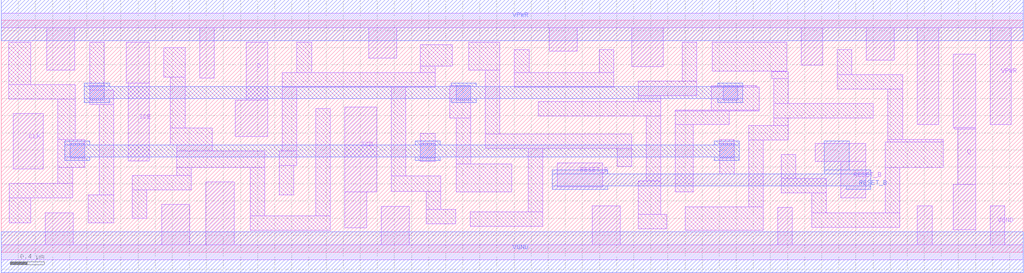
<source format=lef>
# Copyright 2020 The SkyWater PDK Authors
#
# Licensed under the Apache License, Version 2.0 (the "License");
# you may not use this file except in compliance with the License.
# You may obtain a copy of the License at
#
#     https://www.apache.org/licenses/LICENSE-2.0
#
# Unless required by applicable law or agreed to in writing, software
# distributed under the License is distributed on an "AS IS" BASIS,
# WITHOUT WARRANTIES OR CONDITIONS OF ANY KIND, either express or implied.
# See the License for the specific language governing permissions and
# limitations under the License.
#
# SPDX-License-Identifier: Apache-2.0

VERSION 5.5 ;
NAMESCASESENSITIVE ON ;
BUSBITCHARS "[]" ;
DIVIDERCHAR "/" ;
MACRO sky130_fd_sc_hd__sdfrtp_2
  CLASS CORE ;
  SOURCE USER ;
  ORIGIN  0.000000  0.000000 ;
  SIZE  11.96000 BY  2.720000 ;
  SYMMETRY X Y R90 ;
  SITE unithd ;
  PIN D
    ANTENNAGATEAREA  0.144000 ;
    DIRECTION INPUT ;
    USE SIGNAL ;
    PORT
      LAYER li1 ;
        RECT 2.735000 1.355000 3.120000 1.785000 ;
        RECT 2.865000 1.785000 3.120000 2.465000 ;
    END
  END D
  PIN Q
    ANTENNADIFFAREA  0.445500 ;
    DIRECTION OUTPUT ;
    USE SIGNAL ;
    PORT
      LAYER li1 ;
        RECT 11.140000 0.265000 11.400000 0.795000 ;
        RECT 11.140000 1.460000 11.400000 2.325000 ;
        RECT 11.150000 1.445000 11.400000 1.460000 ;
        RECT 11.190000 0.795000 11.400000 1.445000 ;
    END
  END Q
  PIN RESET_B
    ANTENNAGATEAREA  0.252000 ;
    DIRECTION INPUT ;
    USE SIGNAL ;
    PORT
      LAYER li1 ;
        RECT 6.505000 0.765000 7.035000 1.045000 ;
    END
    PORT
      LAYER li1 ;
        RECT 9.525000 1.065000 10.115000 1.275000 ;
        RECT 9.825000 0.635000 10.115000 1.065000 ;
    END
    PORT
      LAYER met1 ;
        RECT 6.445000 0.735000  7.095000 0.780000 ;
        RECT 6.445000 0.780000 10.175000 0.920000 ;
        RECT 6.445000 0.920000  7.095000 0.965000 ;
        RECT 9.630000 0.920000 10.175000 0.965000 ;
        RECT 9.630000 0.965000  9.920000 1.305000 ;
        RECT 9.885000 0.735000 10.175000 0.780000 ;
    END
  END RESET_B
  PIN SCD
    ANTENNAGATEAREA  0.156600 ;
    DIRECTION INPUT ;
    USE SIGNAL ;
    PORT
      LAYER li1 ;
        RECT 4.020000 0.285000 4.275000 0.710000 ;
        RECT 4.020000 0.710000 4.395000 1.700000 ;
    END
  END SCD
  PIN SCE
    ANTENNAGATEAREA  0.435000 ;
    DIRECTION INPUT ;
    USE SIGNAL ;
    PORT
      LAYER li1 ;
        RECT 1.465000 1.985000 1.730000 2.465000 ;
        RECT 1.485000 1.070000 1.730000 1.985000 ;
    END
  END SCE
  PIN CLK
    ANTENNAGATEAREA  0.247500 ;
    DIRECTION INPUT ;
    USE CLOCK ;
    PORT
      LAYER li1 ;
        RECT 0.140000 0.975000 0.490000 1.625000 ;
    END
  END CLK
  PIN VGND
    DIRECTION INOUT ;
    SHAPE ABUTMENT ;
    USE GROUND ;
    PORT
      LAYER li1 ;
        RECT  0.000000 -0.085000 11.960000 0.085000 ;
        RECT  0.515000  0.085000  0.845000 0.465000 ;
        RECT  1.875000  0.085000  2.205000 0.560000 ;
        RECT  2.395000  0.085000  2.725000 0.825000 ;
        RECT  4.445000  0.085000  4.775000 0.540000 ;
        RECT  6.915000  0.085000  7.245000 0.545000 ;
        RECT  9.085000  0.085000  9.255000 0.525000 ;
        RECT 10.720000  0.085000 10.890000 0.545000 ;
        RECT 11.570000  0.085000 11.740000 0.545000 ;
    END
    PORT
      LAYER met1 ;
        RECT 0.000000 -0.240000 11.960000 0.240000 ;
    END
  END VGND
  PIN VPWR
    DIRECTION INOUT ;
    SHAPE ABUTMENT ;
    USE POWER ;
    PORT
      LAYER li1 ;
        RECT  0.000000 2.635000 11.960000 2.805000 ;
        RECT  0.530000 2.135000  0.860000 2.635000 ;
        RECT  2.320000 2.040000  2.490000 2.635000 ;
        RECT  4.300000 2.275000  4.630000 2.635000 ;
        RECT  6.410000 2.355000  6.740000 2.635000 ;
        RECT  7.375000 2.175000  7.745000 2.635000 ;
        RECT  9.360000 2.195000  9.610000 2.635000 ;
        RECT 10.120000 2.255000 10.450000 2.635000 ;
        RECT 10.720000 1.495000 10.970000 2.635000 ;
        RECT 11.570000 1.495000 11.820000 2.635000 ;
    END
    PORT
      LAYER met1 ;
        RECT 0.000000 2.480000 11.960000 2.960000 ;
    END
  END VPWR
  OBS
    LAYER li1 ;
      RECT  0.090000 1.795000  0.865000 1.965000 ;
      RECT  0.090000 1.965000  0.345000 2.465000 ;
      RECT  0.095000 0.345000  0.345000 0.635000 ;
      RECT  0.095000 0.635000  0.835000 0.805000 ;
      RECT  0.660000 0.805000  0.835000 0.995000 ;
      RECT  0.660000 0.995000  0.975000 1.325000 ;
      RECT  0.660000 1.325000  0.865000 1.795000 ;
      RECT  1.015000 0.345000  1.315000 0.675000 ;
      RECT  1.035000 1.730000  1.315000 1.900000 ;
      RECT  1.035000 1.900000  1.205000 2.465000 ;
      RECT  1.145000 0.675000  1.315000 1.730000 ;
      RECT  1.535000 0.395000  1.705000 0.730000 ;
      RECT  1.535000 0.730000  2.225000 0.900000 ;
      RECT  1.900000 2.055000  2.150000 2.400000 ;
      RECT  1.980000 1.260000  2.470000 1.455000 ;
      RECT  1.980000 1.455000  2.150000 2.055000 ;
      RECT  2.055000 0.900000  2.225000 0.995000 ;
      RECT  2.055000 0.995000  3.085000 1.185000 ;
      RECT  2.055000 1.185000  2.470000 1.260000 ;
      RECT  2.915000 0.255000  3.850000 0.425000 ;
      RECT  2.915000 0.425000  3.085000 0.995000 ;
      RECT  3.255000 0.675000  3.425000 1.015000 ;
      RECT  3.255000 1.015000  3.460000 1.185000 ;
      RECT  3.290000 1.185000  3.460000 1.935000 ;
      RECT  3.290000 1.935000  5.075000 2.105000 ;
      RECT  3.460000 2.105000  3.630000 2.465000 ;
      RECT  3.680000 0.425000  3.850000 1.685000 ;
      RECT  4.565000 0.715000  5.145000 0.895000 ;
      RECT  4.565000 0.895000  4.735000 1.935000 ;
      RECT  4.905000 1.065000  5.075000 1.395000 ;
      RECT  4.905000 2.105000  5.075000 2.185000 ;
      RECT  4.905000 2.185000  5.275000 2.435000 ;
      RECT  4.975000 0.335000  5.315000 0.505000 ;
      RECT  4.975000 0.505000  5.145000 0.715000 ;
      RECT  5.245000 1.575000  5.495000 1.955000 ;
      RECT  5.325000 0.705000  5.975000 1.035000 ;
      RECT  5.325000 1.035000  5.495000 1.575000 ;
      RECT  5.470000 2.135000  5.835000 2.465000 ;
      RECT  5.485000 0.305000  6.335000 0.475000 ;
      RECT  5.665000 1.215000  7.375000 1.385000 ;
      RECT  5.665000 1.385000  5.835000 2.135000 ;
      RECT  6.005000 1.935000  7.165000 2.105000 ;
      RECT  6.005000 2.105000  6.175000 2.375000 ;
      RECT  6.165000 0.475000  6.335000 1.215000 ;
      RECT  6.285000 1.595000  7.715000 1.765000 ;
      RECT  6.995000 2.105000  7.165000 2.375000 ;
      RECT  7.205000 1.005000  7.375000 1.215000 ;
      RECT  7.455000 0.275000  7.785000 0.445000 ;
      RECT  7.455000 0.445000  7.715000 0.835000 ;
      RECT  7.455000 1.765000  7.715000 1.835000 ;
      RECT  7.455000 1.835000  8.140000 2.005000 ;
      RECT  7.545000 0.835000  7.715000 1.595000 ;
      RECT  7.885000 0.705000  8.095000 1.495000 ;
      RECT  7.885000 1.495000  8.520000 1.655000 ;
      RECT  7.885000 1.655000  8.870000 1.665000 ;
      RECT  7.970000 2.005000  8.140000 2.465000 ;
      RECT  8.005000 0.255000  8.915000 0.535000 ;
      RECT  8.310000 1.665000  8.870000 1.935000 ;
      RECT  8.310000 1.935000  8.840000 1.955000 ;
      RECT  8.320000 2.125000  9.190000 2.465000 ;
      RECT  8.405000 0.920000  8.575000 1.325000 ;
      RECT  8.745000 0.535000  8.915000 1.315000 ;
      RECT  8.745000 1.315000  9.210000 1.485000 ;
      RECT  9.015000 2.035000  9.210000 2.115000 ;
      RECT  9.015000 2.115000  9.190000 2.125000 ;
      RECT  9.040000 1.485000  9.210000 1.575000 ;
      RECT  9.040000 1.575000 10.205000 1.745000 ;
      RECT  9.040000 1.745000  9.210000 2.035000 ;
      RECT  9.125000 0.695000  9.655000 0.865000 ;
      RECT  9.125000 0.865000  9.295000 1.145000 ;
      RECT  9.485000 0.295000 10.515000 0.465000 ;
      RECT  9.485000 0.465000  9.655000 0.695000 ;
      RECT  9.780000 1.915000 10.545000 2.085000 ;
      RECT  9.780000 2.085000  9.950000 2.375000 ;
      RECT 10.345000 0.465000 10.515000 0.995000 ;
      RECT 10.345000 0.995000 11.020000 1.295000 ;
      RECT 10.375000 1.295000 11.020000 1.325000 ;
      RECT 10.375000 1.325000 10.545000 1.915000 ;
    LAYER mcon ;
      RECT 0.805000 1.105000 0.975000 1.275000 ;
      RECT 1.035000 1.785000 1.205000 1.955000 ;
      RECT 4.905000 1.105000 5.075000 1.275000 ;
      RECT 5.325000 1.785000 5.495000 1.955000 ;
      RECT 8.405000 1.105000 8.575000 1.275000 ;
      RECT 8.445000 1.785000 8.615000 1.955000 ;
    LAYER met1 ;
      RECT 0.745000 1.075000 1.035000 1.120000 ;
      RECT 0.745000 1.120000 8.635000 1.260000 ;
      RECT 0.745000 1.260000 1.035000 1.305000 ;
      RECT 0.970000 1.755000 1.270000 1.800000 ;
      RECT 0.970000 1.800000 8.675000 1.940000 ;
      RECT 0.970000 1.940000 1.270000 1.985000 ;
      RECT 4.845000 1.075000 5.135000 1.120000 ;
      RECT 4.845000 1.260000 5.135000 1.305000 ;
      RECT 5.265000 1.755000 5.555000 1.800000 ;
      RECT 5.265000 1.940000 5.555000 1.985000 ;
      RECT 8.345000 1.075000 8.635000 1.120000 ;
      RECT 8.345000 1.260000 8.635000 1.305000 ;
      RECT 8.385000 1.755000 8.675000 1.800000 ;
      RECT 8.385000 1.940000 8.675000 1.985000 ;
  END
END sky130_fd_sc_hd__sdfrtp_2

</source>
